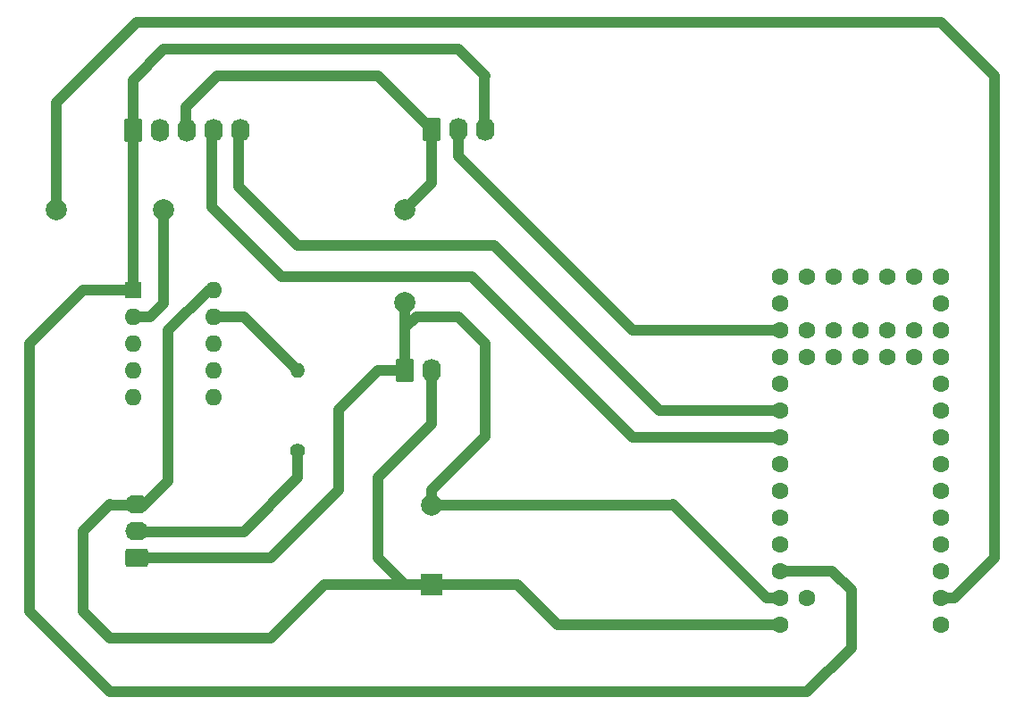
<source format=gbr>
%TF.GenerationSoftware,KiCad,Pcbnew,(6.0.5-0)*%
%TF.CreationDate,2023-02-05T23:58:46+00:00*%
%TF.ProjectId,Resonator_v3,5265736f-6e61-4746-9f72-5f76332e6b69,rev?*%
%TF.SameCoordinates,PXfffec780PYc85b810*%
%TF.FileFunction,Copper,L1,Top*%
%TF.FilePolarity,Positive*%
%FSLAX46Y46*%
G04 Gerber Fmt 4.6, Leading zero omitted, Abs format (unit mm)*
G04 Created by KiCad (PCBNEW (6.0.5-0)) date 2023-02-05 23:58:46*
%MOMM*%
%LPD*%
G01*
G04 APERTURE LIST*
G04 Aperture macros list*
%AMRoundRect*
0 Rectangle with rounded corners*
0 $1 Rounding radius*
0 $2 $3 $4 $5 $6 $7 $8 $9 X,Y pos of 4 corners*
0 Add a 4 corners polygon primitive as box body*
4,1,4,$2,$3,$4,$5,$6,$7,$8,$9,$2,$3,0*
0 Add four circle primitives for the rounded corners*
1,1,$1+$1,$2,$3*
1,1,$1+$1,$4,$5*
1,1,$1+$1,$6,$7*
1,1,$1+$1,$8,$9*
0 Add four rect primitives between the rounded corners*
20,1,$1+$1,$2,$3,$4,$5,0*
20,1,$1+$1,$4,$5,$6,$7,0*
20,1,$1+$1,$6,$7,$8,$9,0*
20,1,$1+$1,$8,$9,$2,$3,0*%
G04 Aperture macros list end*
%TA.AperFunction,ComponentPad*%
%ADD10RoundRect,0.250000X-0.620000X-0.845000X0.620000X-0.845000X0.620000X0.845000X-0.620000X0.845000X0*%
%TD*%
%TA.AperFunction,ComponentPad*%
%ADD11O,1.740000X2.190000*%
%TD*%
%TA.AperFunction,ComponentPad*%
%ADD12C,1.400000*%
%TD*%
%TA.AperFunction,ComponentPad*%
%ADD13O,1.400000X1.400000*%
%TD*%
%TA.AperFunction,ComponentPad*%
%ADD14R,1.600000X1.600000*%
%TD*%
%TA.AperFunction,ComponentPad*%
%ADD15O,1.600000X1.600000*%
%TD*%
%TA.AperFunction,ComponentPad*%
%ADD16RoundRect,0.250000X0.845000X-0.620000X0.845000X0.620000X-0.845000X0.620000X-0.845000X-0.620000X0*%
%TD*%
%TA.AperFunction,ComponentPad*%
%ADD17O,2.190000X1.740000*%
%TD*%
%TA.AperFunction,ComponentPad*%
%ADD18C,1.600000*%
%TD*%
%TA.AperFunction,ComponentPad*%
%ADD19R,2.000000X2.000000*%
%TD*%
%TA.AperFunction,ComponentPad*%
%ADD20C,2.000000*%
%TD*%
%TA.AperFunction,ViaPad*%
%ADD21C,2.000000*%
%TD*%
%TA.AperFunction,Conductor*%
%ADD22C,1.000000*%
%TD*%
G04 APERTURE END LIST*
D10*
%TO.P,J2,1,Pin_1*%
%TO.N,GND*%
X134700000Y105950000D03*
D11*
%TO.P,J2,2,Pin_2*%
%TO.N,+5V*%
X137240000Y105950000D03*
%TD*%
D10*
%TO.P,J3,1,Pin_1*%
%TO.N,+3V3*%
X108935081Y128762052D03*
D11*
%TO.P,J3,2,Pin_2*%
%TO.N,unconnected-(J3-Pad2)*%
X111475081Y128762052D03*
%TO.P,J3,3,Pin_3*%
%TO.N,GND*%
X114015081Y128762052D03*
%TO.P,J3,4,Pin_4*%
%TO.N,Net-(U1-Pad26)*%
X116555081Y128762052D03*
%TO.P,J3,5,Pin_5*%
%TO.N,Net-(U1-Pad25)*%
X119095081Y128762052D03*
%TD*%
D12*
%TO.P,R1,1*%
%TO.N,Net-(J5-Pad2)*%
X124540000Y98330000D03*
D13*
%TO.P,R1,2*%
%TO.N,Net-(J4-Pad9)*%
X124540000Y105950000D03*
%TD*%
D14*
%TO.P,J4,1,Pin_1*%
%TO.N,+3V3*%
X108915000Y113565000D03*
D15*
%TO.P,J4,2,Pin_2*%
%TO.N,Net-(J4-Pad2)*%
X108915000Y111025000D03*
%TO.P,J4,3,Pin_3*%
%TO.N,unconnected-(J4-Pad3)*%
X108915000Y108485000D03*
%TO.P,J4,4,Pin_4*%
%TO.N,unconnected-(J4-Pad4)*%
X108915000Y105945000D03*
%TO.P,J4,5,Pin_5*%
%TO.N,unconnected-(J4-Pad5)*%
X108915000Y103405000D03*
%TO.P,J4,6,Pin_6*%
%TO.N,unconnected-(J4-Pad6)*%
X116535000Y103405000D03*
%TO.P,J4,7,Pin_7*%
%TO.N,unconnected-(J4-Pad7)*%
X116535000Y105945000D03*
%TO.P,J4,8,Pin_8*%
%TO.N,unconnected-(J4-Pad8)*%
X116535000Y108485000D03*
%TO.P,J4,9,Pin_9*%
%TO.N,Net-(J4-Pad9)*%
X116535000Y111025000D03*
%TO.P,J4,10,Pin_10*%
%TO.N,+5V*%
X116535000Y113565000D03*
%TD*%
D16*
%TO.P,J5,1,Pin_1*%
%TO.N,GND*%
X109300000Y88170000D03*
D17*
%TO.P,J5,2,Pin_2*%
%TO.N,Net-(J5-Pad2)*%
X109300000Y90710000D03*
%TO.P,J5,3,Pin_3*%
%TO.N,+5V*%
X109300000Y93250000D03*
%TD*%
D18*
%TO.P,U1,1,GND*%
%TO.N,unconnected-(U1-Pad1)*%
X185500000Y81820000D03*
%TO.P,U1,2,0_RX1_CRX2_CS1*%
%TO.N,Net-(J4-Pad2)*%
X185500000Y84360000D03*
%TO.P,U1,3,1_TX1_CTX2_MISO1*%
%TO.N,unconnected-(U1-Pad3)*%
X185500000Y86900000D03*
%TO.P,U1,4,2_OUT2*%
%TO.N,unconnected-(U1-Pad4)*%
X185500000Y89440000D03*
%TO.P,U1,5,3_LRCLK2*%
%TO.N,unconnected-(U1-Pad5)*%
X185500000Y91980000D03*
%TO.P,U1,6,4_BCLK2*%
%TO.N,unconnected-(U1-Pad6)*%
X185500000Y94520000D03*
%TO.P,U1,7,5_IN2*%
%TO.N,unconnected-(U1-Pad7)*%
X185500000Y97060000D03*
%TO.P,U1,8,6_OUT1D*%
%TO.N,unconnected-(U1-Pad8)*%
X185500000Y99600000D03*
%TO.P,U1,9,7_RX2_OUT1A*%
%TO.N,unconnected-(U1-Pad9)*%
X185500000Y102140000D03*
%TO.P,U1,10,8_TX2_IN1*%
%TO.N,unconnected-(U1-Pad10)*%
X185500000Y104680000D03*
%TO.P,U1,11,9_OUT1C*%
%TO.N,unconnected-(U1-Pad11)*%
X185500000Y107220000D03*
%TO.P,U1,12,10_CS_MQSR*%
%TO.N,unconnected-(U1-Pad12)*%
X185500000Y109760000D03*
%TO.P,U1,13,11_MOSI_CTX1*%
%TO.N,unconnected-(U1-Pad13)*%
X185500000Y112300000D03*
%TO.P,U1,14,12_MISO_MQSL*%
%TO.N,unconnected-(U1-Pad14)*%
X185500000Y114840000D03*
%TO.P,U1,15,VBAT*%
%TO.N,unconnected-(U1-Pad15)*%
X182960000Y114840000D03*
%TO.P,U1,16,3V3*%
%TO.N,unconnected-(U1-Pad16)*%
X180420000Y114840000D03*
%TO.P,U1,17,GND*%
%TO.N,unconnected-(U1-Pad17)*%
X177880000Y114840000D03*
%TO.P,U1,18,PROGRAM*%
%TO.N,unconnected-(U1-Pad18)*%
X175340000Y114840000D03*
%TO.P,U1,19,ON_OFF*%
%TO.N,unconnected-(U1-Pad19)*%
X172800000Y114840000D03*
%TO.P,U1,20,13_SCK_CRX1_LED*%
%TO.N,unconnected-(U1-Pad20)*%
X170260000Y114840000D03*
%TO.P,U1,21,14_A0_TX3_SPDIF_OUT*%
%TO.N,unconnected-(U1-Pad21)*%
X170260000Y112300000D03*
%TO.P,U1,22,15_A1_RX3_SPDIF_IN*%
%TO.N,Net-(J1-Pad2)*%
X170260000Y109760000D03*
%TO.P,U1,23,16_A2_RX4_SCL1*%
%TO.N,unconnected-(U1-Pad23)*%
X170260000Y107220000D03*
%TO.P,U1,24,17_A3_TX4_SDA1*%
%TO.N,unconnected-(U1-Pad24)*%
X170260000Y104680000D03*
%TO.P,U1,25,18_A4_SDA0*%
%TO.N,Net-(U1-Pad25)*%
X170260000Y102140000D03*
%TO.P,U1,26,19_A5_SCL0*%
%TO.N,Net-(U1-Pad26)*%
X170260000Y99600000D03*
%TO.P,U1,27,20_A6_TX5_LRCLK1*%
%TO.N,unconnected-(U1-Pad27)*%
X170260000Y97060000D03*
%TO.P,U1,28,21_A7_RX5_BCLK1*%
%TO.N,unconnected-(U1-Pad28)*%
X170260000Y94520000D03*
%TO.P,U1,29,22_A8_CTX1*%
%TO.N,unconnected-(U1-Pad29)*%
X170260000Y91980000D03*
%TO.P,U1,30,23_A9_CRX1_MCLK1*%
%TO.N,unconnected-(U1-Pad30)*%
X170260000Y89440000D03*
%TO.P,U1,31,3V3*%
%TO.N,+3V3*%
X170260000Y86900000D03*
%TO.P,U1,32,GND*%
%TO.N,GND*%
X170260000Y84360000D03*
%TO.P,U1,33,VIN*%
%TO.N,+5V*%
X170260000Y81820000D03*
%TO.P,U1,34,VUSB*%
%TO.N,unconnected-(U1-Pad34)*%
X172800000Y84360000D03*
%TO.P,U1,35,24_A10_TX6_SCL2*%
%TO.N,unconnected-(U1-Pad35)*%
X172800000Y109760000D03*
%TO.P,U1,36,25_A11_RX6_SDA2*%
%TO.N,unconnected-(U1-Pad36)*%
X172800000Y107220000D03*
%TO.P,U1,37,26_A12_MOSI1*%
%TO.N,unconnected-(U1-Pad37)*%
X175340000Y109760000D03*
%TO.P,U1,38,27_A13_SCK1*%
%TO.N,unconnected-(U1-Pad38)*%
X175340000Y107220000D03*
%TO.P,U1,39,28_RX7*%
%TO.N,unconnected-(U1-Pad39)*%
X177880000Y109760000D03*
%TO.P,U1,40,29_TX7*%
%TO.N,unconnected-(U1-Pad40)*%
X177880000Y107220000D03*
%TO.P,U1,41,30_CRX3*%
%TO.N,unconnected-(U1-Pad41)*%
X180420000Y109760000D03*
%TO.P,U1,42,31_CTX3*%
%TO.N,unconnected-(U1-Pad42)*%
X180420000Y107220000D03*
%TO.P,U1,43,32_OUT1B*%
%TO.N,unconnected-(U1-Pad43)*%
X182960000Y109760000D03*
%TO.P,U1,44,33_MCLK2*%
%TO.N,unconnected-(U1-Pad44)*%
X182960000Y107220000D03*
%TD*%
D19*
%TO.P,1000uf1,1*%
%TO.N,+5V*%
X137240000Y85630000D03*
D20*
%TO.P,1000uf1,2*%
%TO.N,GND*%
X137240000Y93130000D03*
%TD*%
D10*
%TO.P,J1,1,Pin_1*%
%TO.N,GND*%
X137240000Y128810000D03*
D11*
%TO.P,J1,2,Pin_2*%
%TO.N,Net-(J1-Pad2)*%
X139780000Y128810000D03*
%TO.P,J1,3,Pin_3*%
%TO.N,+3V3*%
X142320000Y128810000D03*
%TD*%
D21*
%TO.N,GND*%
X134700000Y121190000D03*
X134707283Y112349590D03*
%TO.N,Net-(J4-Pad2)*%
X111840000Y121190000D03*
X101680000Y121190000D03*
%TD*%
D22*
%TO.N,+3V3*%
X111840000Y136430000D02*
X139780000Y136430000D01*
X108920822Y128776311D02*
X108920822Y133510822D01*
X139780000Y136430000D02*
X142320000Y133890000D01*
X142320000Y133890000D02*
X142240000Y133810000D01*
X104225000Y113565000D02*
X108915000Y113565000D01*
X172800000Y75470000D02*
X106760000Y75470000D01*
X108935081Y128762052D02*
X108915000Y128741971D01*
X99140000Y108490000D02*
X104220000Y113570000D01*
X170260000Y86900000D02*
X175178724Y86900000D01*
X176981333Y85097391D02*
X176981333Y79651333D01*
X108920822Y133510822D02*
X111840000Y136430000D01*
X176981333Y79651333D02*
X172800000Y75470000D01*
X108915000Y128741971D02*
X108915000Y113565000D01*
X99140000Y83090000D02*
X99140000Y108490000D01*
X108935081Y128762052D02*
X108920822Y128776311D01*
X104220000Y113570000D02*
X104225000Y113565000D01*
X175178724Y86900000D02*
X176981333Y85097391D01*
X106760000Y75470000D02*
X99140000Y83090000D01*
X142240000Y133810000D02*
X142240000Y128810000D01*
%TO.N,GND*%
X109300000Y88170000D02*
X122000000Y88170000D01*
X132160000Y133890000D02*
X116920000Y133890000D01*
X116920000Y133890000D02*
X113935081Y130905081D01*
X137240000Y93130000D02*
X137240000Y94592323D01*
X134700000Y109981936D02*
X134700000Y112342307D01*
X137240000Y94592323D02*
X142320000Y99672323D01*
X132160000Y105950000D02*
X134700000Y105950000D01*
X135748064Y111030000D02*
X134700000Y109981936D01*
X128416603Y102206603D02*
X132160000Y105950000D01*
X137240000Y93130000D02*
X159980000Y93130000D01*
X137240000Y128810000D02*
X132160000Y133890000D01*
X142320000Y99672323D02*
X142320000Y108490000D01*
X134700000Y112342307D02*
X134707283Y112349590D01*
X160100000Y93250000D02*
X168990000Y84360000D01*
X122000000Y88170000D02*
X128416603Y94586603D01*
X137240000Y128810000D02*
X137240000Y123730000D01*
X168990000Y84360000D02*
X170260000Y84360000D01*
X142320000Y108490000D02*
X139780000Y111030000D01*
X134700000Y109981936D02*
X134700000Y105950000D01*
X159980000Y93130000D02*
X160100000Y93250000D01*
X139780000Y111030000D02*
X135748064Y111030000D01*
X137240000Y123730000D02*
X134700000Y121190000D01*
X113935081Y130905081D02*
X113935081Y128762052D01*
X128416603Y94586603D02*
X128416603Y102206603D01*
%TO.N,+5V*%
X106760000Y93250000D02*
X106840000Y93170000D01*
X109970000Y93170000D02*
X109300000Y93170000D01*
X104220000Y90710000D02*
X106760000Y93250000D01*
X127080000Y85630000D02*
X137240000Y85630000D01*
X132160000Y88170000D02*
X132160000Y95790000D01*
X134700000Y85630000D02*
X132160000Y88170000D01*
X116105842Y113565000D02*
X112270000Y109729158D01*
X116535000Y113565000D02*
X116105842Y113565000D01*
X106840000Y93170000D02*
X109300000Y93170000D01*
X132160000Y95790000D02*
X137240000Y100870000D01*
X122000000Y80550000D02*
X127080000Y85630000D01*
X137240000Y100870000D02*
X137200000Y100910000D01*
X104220000Y83090000D02*
X104220000Y90710000D01*
X137200000Y100910000D02*
X137200000Y105950000D01*
X137240000Y85630000D02*
X145387009Y85630000D01*
X137240000Y85630000D02*
X134700000Y85630000D01*
X112270000Y109729158D02*
X112270000Y95470000D01*
X106760000Y80550000D02*
X104220000Y83090000D01*
X112270000Y95470000D02*
X109970000Y93170000D01*
X149197009Y81820000D02*
X170260000Y81820000D01*
X122000000Y80550000D02*
X106760000Y80550000D01*
X145387009Y85630000D02*
X149197009Y81820000D01*
%TO.N,Net-(J1-Pad2)*%
X156290000Y109760000D02*
X139740000Y126310000D01*
X170260000Y109760000D02*
X156290000Y109760000D01*
X139740000Y126310000D02*
X139740000Y128810000D01*
%TO.N,Net-(J4-Pad2)*%
X101680000Y131350000D02*
X109300000Y138970000D01*
X109300000Y138970000D02*
X185500000Y138970000D01*
X110574022Y111025000D02*
X108915000Y111025000D01*
X190580000Y133890000D02*
X190580000Y88170000D01*
X190580000Y88170000D02*
X186770000Y84360000D01*
X111840000Y112290978D02*
X110574022Y111025000D01*
X186770000Y84360000D02*
X185500000Y84360000D01*
X101680000Y121190000D02*
X101680000Y131350000D01*
X185500000Y138970000D02*
X190580000Y133890000D01*
X111840000Y121190000D02*
X111840000Y112290978D01*
%TO.N,Net-(J5-Pad2)*%
X124540000Y98330000D02*
X124540000Y95790000D01*
X119420000Y90670000D02*
X109300000Y90670000D01*
X124540000Y95790000D02*
X119420000Y90670000D01*
%TO.N,Net-(J4-Pad9)*%
X124535000Y105945000D02*
X124540000Y105950000D01*
X119465000Y111025000D02*
X124540000Y105950000D01*
X116535000Y111025000D02*
X119465000Y111025000D01*
%TO.N,Net-(U1-Pad25)*%
X124560627Y117790789D02*
X118935081Y123416335D01*
X158830000Y102140000D02*
X143179211Y117790789D01*
X170260000Y102140000D02*
X158830000Y102140000D01*
X118935081Y123416335D02*
X118935081Y128762052D01*
X143179211Y117790789D02*
X124560627Y117790789D01*
%TO.N,Net-(U1-Pad26)*%
X116403312Y121483299D02*
X123007373Y114879238D01*
X116435081Y128762052D02*
X116435081Y121515068D01*
X141010762Y114879238D02*
X156290000Y99600000D01*
X123007373Y114879238D02*
X141010762Y114879238D01*
X156290000Y99600000D02*
X170260000Y99600000D01*
X116435081Y121515068D02*
X116403312Y121483299D01*
%TD*%
M02*

</source>
